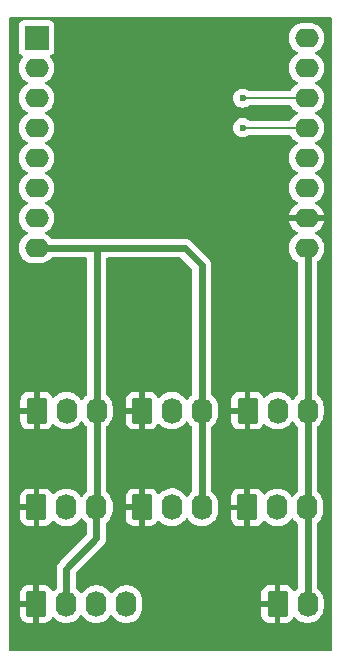
<source format=gbl>
G04 #@! TF.GenerationSoftware,KiCad,Pcbnew,8.0.4*
G04 #@! TF.CreationDate,2024-07-25T21:09:56+02:00*
G04 #@! TF.ProjectId,hmmctrl,686d6d63-7472-46c2-9e6b-696361645f70,rev?*
G04 #@! TF.SameCoordinates,Original*
G04 #@! TF.FileFunction,Copper,L2,Bot*
G04 #@! TF.FilePolarity,Positive*
%FSLAX46Y46*%
G04 Gerber Fmt 4.6, Leading zero omitted, Abs format (unit mm)*
G04 Created by KiCad (PCBNEW 8.0.4) date 2024-07-25 21:09:56*
%MOMM*%
%LPD*%
G01*
G04 APERTURE LIST*
G04 Aperture macros list*
%AMRoundRect*
0 Rectangle with rounded corners*
0 $1 Rounding radius*
0 $2 $3 $4 $5 $6 $7 $8 $9 X,Y pos of 4 corners*
0 Add a 4 corners polygon primitive as box body*
4,1,4,$2,$3,$4,$5,$6,$7,$8,$9,$2,$3,0*
0 Add four circle primitives for the rounded corners*
1,1,$1+$1,$2,$3*
1,1,$1+$1,$4,$5*
1,1,$1+$1,$6,$7*
1,1,$1+$1,$8,$9*
0 Add four rect primitives between the rounded corners*
20,1,$1+$1,$2,$3,$4,$5,0*
20,1,$1+$1,$4,$5,$6,$7,0*
20,1,$1+$1,$6,$7,$8,$9,0*
20,1,$1+$1,$8,$9,$2,$3,0*%
G04 Aperture macros list end*
G04 #@! TA.AperFunction,ComponentPad*
%ADD10RoundRect,0.250000X-0.620000X-0.845000X0.620000X-0.845000X0.620000X0.845000X-0.620000X0.845000X0*%
G04 #@! TD*
G04 #@! TA.AperFunction,ComponentPad*
%ADD11O,1.740000X2.190000*%
G04 #@! TD*
G04 #@! TA.AperFunction,ComponentPad*
%ADD12R,2.000000X2.000000*%
G04 #@! TD*
G04 #@! TA.AperFunction,ComponentPad*
%ADD13O,2.000000X1.600000*%
G04 #@! TD*
G04 #@! TA.AperFunction,ViaPad*
%ADD14C,0.600000*%
G04 #@! TD*
G04 #@! TA.AperFunction,Conductor*
%ADD15C,0.600000*%
G04 #@! TD*
G04 #@! TA.AperFunction,Conductor*
%ADD16C,0.200000*%
G04 #@! TD*
G04 APERTURE END LIST*
D10*
X90760000Y-69850000D03*
D11*
X93300000Y-69850000D03*
X95840000Y-69850000D03*
D10*
X99675000Y-78050000D03*
D11*
X102215000Y-78050000D03*
X104755000Y-78050000D03*
D10*
X90750000Y-78050000D03*
D11*
X93290000Y-78050000D03*
X95830000Y-78050000D03*
D10*
X90730000Y-86230000D03*
D11*
X93270000Y-86230000D03*
X95810000Y-86230000D03*
X98350000Y-86230000D03*
D10*
X108620000Y-69850000D03*
D11*
X111160000Y-69850000D03*
X113700000Y-69850000D03*
D10*
X99670000Y-69850000D03*
D11*
X102210000Y-69850000D03*
X104750000Y-69850000D03*
D10*
X111160000Y-86230000D03*
D11*
X113700000Y-86230000D03*
D10*
X108600000Y-78055000D03*
D11*
X111140000Y-78055000D03*
X113680000Y-78055000D03*
D12*
X90755000Y-38310000D03*
D13*
X90755000Y-40850000D03*
X90755000Y-43390000D03*
X90755000Y-45930000D03*
X90755000Y-48470000D03*
X90755000Y-51010000D03*
X90755000Y-53550000D03*
X90755000Y-56090000D03*
X113615000Y-56090000D03*
X113615000Y-53550000D03*
X113615000Y-51010000D03*
X113615000Y-48470000D03*
X113615000Y-45930000D03*
X113615000Y-43390000D03*
X113615000Y-40850000D03*
X113615000Y-38310000D03*
D14*
X108200000Y-43400000D03*
X108200000Y-45900000D03*
D15*
X113700000Y-86230000D02*
X113700000Y-56175000D01*
D16*
X113700000Y-56175000D02*
X113615000Y-56090000D01*
D15*
X95840000Y-69850000D02*
X95840000Y-78040000D01*
X95900000Y-56090000D02*
X103290000Y-56090000D01*
X95840000Y-69850000D02*
X95840000Y-56150000D01*
X104750000Y-57550000D02*
X104750000Y-69850000D01*
X95840000Y-56150000D02*
X95900000Y-56090000D01*
X103290000Y-56090000D02*
X104750000Y-57550000D01*
X95830000Y-80670000D02*
X93270000Y-83230000D01*
X104750000Y-69950000D02*
X104755000Y-69955000D01*
X95840000Y-78040000D02*
X95830000Y-78050000D01*
X90755000Y-56090000D02*
X95900000Y-56090000D01*
X95830000Y-78050000D02*
X95830000Y-80670000D01*
X104755000Y-69955000D02*
X104755000Y-78050000D01*
X93270000Y-83230000D02*
X93270000Y-86230000D01*
X104750000Y-69850000D02*
X104750000Y-69950000D01*
D16*
X113605000Y-43400000D02*
X113615000Y-43390000D01*
X108200000Y-43400000D02*
X113605000Y-43400000D01*
X113585000Y-45900000D02*
X113615000Y-45930000D01*
X102360000Y-77700000D02*
X102360000Y-77110000D01*
X108200000Y-45900000D02*
X113585000Y-45900000D01*
X102360000Y-77110000D02*
X102250000Y-77000000D01*
G04 #@! TA.AperFunction,Conductor*
G36*
X115692539Y-36519685D02*
G01*
X115738294Y-36572489D01*
X115749500Y-36624000D01*
X115749500Y-90075500D01*
X115729815Y-90142539D01*
X115677011Y-90188294D01*
X115625500Y-90199500D01*
X88574500Y-90199500D01*
X88507461Y-90179815D01*
X88461706Y-90127011D01*
X88450500Y-90075500D01*
X88450500Y-37262135D01*
X89254500Y-37262135D01*
X89254500Y-39357870D01*
X89254501Y-39357876D01*
X89260908Y-39417483D01*
X89311202Y-39552328D01*
X89311206Y-39552335D01*
X89397452Y-39667544D01*
X89397455Y-39667547D01*
X89512664Y-39753793D01*
X89512673Y-39753798D01*
X89549914Y-39767688D01*
X89605848Y-39809559D01*
X89630266Y-39875023D01*
X89615415Y-39943296D01*
X89594265Y-39971550D01*
X89563027Y-40002787D01*
X89442715Y-40168386D01*
X89349781Y-40350776D01*
X89286522Y-40545465D01*
X89254500Y-40747648D01*
X89254500Y-40952351D01*
X89286522Y-41154534D01*
X89349781Y-41349223D01*
X89442715Y-41531613D01*
X89563028Y-41697213D01*
X89707786Y-41841971D01*
X89862749Y-41954556D01*
X89873390Y-41962287D01*
X89964840Y-42008883D01*
X89966080Y-42009515D01*
X90016876Y-42057490D01*
X90033671Y-42125311D01*
X90011134Y-42191446D01*
X89966080Y-42230485D01*
X89873386Y-42277715D01*
X89707786Y-42398028D01*
X89563028Y-42542786D01*
X89442715Y-42708386D01*
X89349781Y-42890776D01*
X89286522Y-43085465D01*
X89254500Y-43287648D01*
X89254500Y-43492351D01*
X89286522Y-43694534D01*
X89349781Y-43889223D01*
X89442715Y-44071613D01*
X89563028Y-44237213D01*
X89707786Y-44381971D01*
X89862749Y-44494556D01*
X89873390Y-44502287D01*
X89964840Y-44548883D01*
X89966080Y-44549515D01*
X90016876Y-44597490D01*
X90033671Y-44665311D01*
X90011134Y-44731446D01*
X89966080Y-44770485D01*
X89873386Y-44817715D01*
X89707786Y-44938028D01*
X89563028Y-45082786D01*
X89442716Y-45248385D01*
X89442714Y-45248387D01*
X89442713Y-45248390D01*
X89426701Y-45279815D01*
X89349781Y-45430776D01*
X89286522Y-45625465D01*
X89254500Y-45827648D01*
X89254500Y-46032351D01*
X89286522Y-46234534D01*
X89349781Y-46429223D01*
X89442715Y-46611613D01*
X89563028Y-46777213D01*
X89707786Y-46921971D01*
X89862749Y-47034556D01*
X89873390Y-47042287D01*
X89964840Y-47088883D01*
X89966080Y-47089515D01*
X90016876Y-47137490D01*
X90033671Y-47205311D01*
X90011134Y-47271446D01*
X89966080Y-47310485D01*
X89873386Y-47357715D01*
X89707786Y-47478028D01*
X89563028Y-47622786D01*
X89442715Y-47788386D01*
X89349781Y-47970776D01*
X89286522Y-48165465D01*
X89254500Y-48367648D01*
X89254500Y-48572351D01*
X89286522Y-48774534D01*
X89349781Y-48969223D01*
X89442715Y-49151613D01*
X89563028Y-49317213D01*
X89707786Y-49461971D01*
X89862749Y-49574556D01*
X89873390Y-49582287D01*
X89964840Y-49628883D01*
X89966080Y-49629515D01*
X90016876Y-49677490D01*
X90033671Y-49745311D01*
X90011134Y-49811446D01*
X89966080Y-49850485D01*
X89873386Y-49897715D01*
X89707786Y-50018028D01*
X89563028Y-50162786D01*
X89442715Y-50328386D01*
X89349781Y-50510776D01*
X89286522Y-50705465D01*
X89254500Y-50907648D01*
X89254500Y-51112351D01*
X89286522Y-51314534D01*
X89349781Y-51509223D01*
X89442715Y-51691613D01*
X89563028Y-51857213D01*
X89707786Y-52001971D01*
X89862749Y-52114556D01*
X89873390Y-52122287D01*
X89964840Y-52168883D01*
X89966080Y-52169515D01*
X90016876Y-52217490D01*
X90033671Y-52285311D01*
X90011134Y-52351446D01*
X89966080Y-52390485D01*
X89873386Y-52437715D01*
X89707786Y-52558028D01*
X89563028Y-52702786D01*
X89442715Y-52868386D01*
X89349781Y-53050776D01*
X89286522Y-53245465D01*
X89254500Y-53447648D01*
X89254500Y-53652351D01*
X89286522Y-53854534D01*
X89349781Y-54049223D01*
X89442715Y-54231613D01*
X89563028Y-54397213D01*
X89707786Y-54541971D01*
X89862749Y-54654556D01*
X89873390Y-54662287D01*
X89964840Y-54708883D01*
X89966080Y-54709515D01*
X90016876Y-54757490D01*
X90033671Y-54825311D01*
X90011134Y-54891446D01*
X89966080Y-54930485D01*
X89873386Y-54977715D01*
X89707786Y-55098028D01*
X89563028Y-55242786D01*
X89442715Y-55408386D01*
X89349781Y-55590776D01*
X89286522Y-55785465D01*
X89254500Y-55987648D01*
X89254500Y-56192351D01*
X89286522Y-56394534D01*
X89349781Y-56589223D01*
X89442715Y-56771613D01*
X89563028Y-56937213D01*
X89707786Y-57081971D01*
X89862749Y-57194556D01*
X89873390Y-57202287D01*
X89971793Y-57252426D01*
X90055776Y-57295218D01*
X90055778Y-57295218D01*
X90055781Y-57295220D01*
X90121305Y-57316510D01*
X90250465Y-57358477D01*
X90351557Y-57374488D01*
X90452648Y-57390500D01*
X90452649Y-57390500D01*
X91057351Y-57390500D01*
X91057352Y-57390500D01*
X91259534Y-57358477D01*
X91454219Y-57295220D01*
X91636610Y-57202287D01*
X91729590Y-57134732D01*
X91802213Y-57081971D01*
X91802215Y-57081968D01*
X91802219Y-57081966D01*
X91946966Y-56937219D01*
X91946972Y-56937210D01*
X91949748Y-56933962D01*
X92008258Y-56895773D01*
X92044033Y-56890500D01*
X94915500Y-56890500D01*
X94982539Y-56910185D01*
X95028294Y-56962989D01*
X95039500Y-57014500D01*
X95039500Y-68449384D01*
X95019815Y-68516423D01*
X94988387Y-68549701D01*
X94947179Y-68579640D01*
X94794643Y-68732176D01*
X94794643Y-68732177D01*
X94794641Y-68732179D01*
X94777706Y-68755488D01*
X94670318Y-68903294D01*
X94614988Y-68945959D01*
X94545374Y-68951938D01*
X94483579Y-68919332D01*
X94469682Y-68903294D01*
X94432639Y-68852309D01*
X94345359Y-68732179D01*
X94192821Y-68579641D01*
X94018299Y-68452843D01*
X93826089Y-68354908D01*
X93620926Y-68288246D01*
X93620924Y-68288245D01*
X93620922Y-68288245D01*
X93407866Y-68254500D01*
X93407861Y-68254500D01*
X93192139Y-68254500D01*
X93192134Y-68254500D01*
X92979077Y-68288245D01*
X92773908Y-68354909D01*
X92581700Y-68452843D01*
X92407180Y-68579640D01*
X92264816Y-68722004D01*
X92203493Y-68755488D01*
X92133801Y-68750504D01*
X92077868Y-68708632D01*
X92064748Y-68686716D01*
X92064356Y-68685876D01*
X91972315Y-68536654D01*
X91848345Y-68412684D01*
X91699124Y-68320643D01*
X91699119Y-68320641D01*
X91532697Y-68265494D01*
X91532690Y-68265493D01*
X91429986Y-68255000D01*
X91010000Y-68255000D01*
X91010000Y-69307290D01*
X90989661Y-69295548D01*
X90838333Y-69255000D01*
X90681667Y-69255000D01*
X90530339Y-69295548D01*
X90510000Y-69307290D01*
X90510000Y-68255000D01*
X90090028Y-68255000D01*
X90090012Y-68255001D01*
X89987302Y-68265494D01*
X89820880Y-68320641D01*
X89820875Y-68320643D01*
X89671654Y-68412684D01*
X89547684Y-68536654D01*
X89455643Y-68685875D01*
X89455641Y-68685880D01*
X89400494Y-68852302D01*
X89400493Y-68852309D01*
X89390000Y-68955013D01*
X89390000Y-69600000D01*
X90217291Y-69600000D01*
X90205548Y-69620339D01*
X90165000Y-69771667D01*
X90165000Y-69928333D01*
X90205548Y-70079661D01*
X90217291Y-70100000D01*
X89390001Y-70100000D01*
X89390001Y-70744986D01*
X89400494Y-70847697D01*
X89455641Y-71014119D01*
X89455643Y-71014124D01*
X89547684Y-71163345D01*
X89671654Y-71287315D01*
X89820875Y-71379356D01*
X89820880Y-71379358D01*
X89987302Y-71434505D01*
X89987309Y-71434506D01*
X90090019Y-71444999D01*
X90509999Y-71444999D01*
X90510000Y-71444998D01*
X90510000Y-70392709D01*
X90530339Y-70404452D01*
X90681667Y-70445000D01*
X90838333Y-70445000D01*
X90989661Y-70404452D01*
X91010000Y-70392709D01*
X91010000Y-71444999D01*
X91429972Y-71444999D01*
X91429986Y-71444998D01*
X91532697Y-71434505D01*
X91699119Y-71379358D01*
X91699124Y-71379356D01*
X91848345Y-71287315D01*
X91972315Y-71163345D01*
X92064354Y-71014127D01*
X92064745Y-71013289D01*
X92065167Y-71012809D01*
X92068149Y-71007975D01*
X92068974Y-71008484D01*
X92110910Y-70960843D01*
X92178100Y-70941681D01*
X92244984Y-70961887D01*
X92264816Y-70977996D01*
X92407179Y-71120359D01*
X92581701Y-71247157D01*
X92773911Y-71345092D01*
X92979074Y-71411754D01*
X93058973Y-71424408D01*
X93192134Y-71445500D01*
X93192139Y-71445500D01*
X93407866Y-71445500D01*
X93526230Y-71426752D01*
X93620926Y-71411754D01*
X93826089Y-71345092D01*
X94018299Y-71247157D01*
X94192821Y-71120359D01*
X94345359Y-70967821D01*
X94469682Y-70796704D01*
X94525012Y-70754040D01*
X94594626Y-70748061D01*
X94656420Y-70780667D01*
X94670315Y-70796702D01*
X94794641Y-70967821D01*
X94947179Y-71120359D01*
X94988385Y-71150297D01*
X95031051Y-71205624D01*
X95039500Y-71250614D01*
X95039500Y-76642119D01*
X95019815Y-76709158D01*
X94988386Y-76742437D01*
X94937177Y-76779642D01*
X94784643Y-76932176D01*
X94784643Y-76932177D01*
X94784641Y-76932179D01*
X94707729Y-77038038D01*
X94660318Y-77103294D01*
X94604988Y-77145959D01*
X94535374Y-77151938D01*
X94473579Y-77119332D01*
X94459682Y-77103294D01*
X94437435Y-77072674D01*
X94335359Y-76932179D01*
X94182821Y-76779641D01*
X94008299Y-76652843D01*
X93816089Y-76554908D01*
X93610926Y-76488246D01*
X93610924Y-76488245D01*
X93610922Y-76488245D01*
X93397866Y-76454500D01*
X93397861Y-76454500D01*
X93182139Y-76454500D01*
X93182134Y-76454500D01*
X92969077Y-76488245D01*
X92763908Y-76554909D01*
X92571700Y-76652843D01*
X92397180Y-76779640D01*
X92254816Y-76922004D01*
X92193493Y-76955488D01*
X92123801Y-76950504D01*
X92067868Y-76908632D01*
X92054748Y-76886716D01*
X92054356Y-76885876D01*
X91962315Y-76736654D01*
X91838345Y-76612684D01*
X91689124Y-76520643D01*
X91689119Y-76520641D01*
X91522697Y-76465494D01*
X91522690Y-76465493D01*
X91419986Y-76455000D01*
X91000000Y-76455000D01*
X91000000Y-77507290D01*
X90979661Y-77495548D01*
X90828333Y-77455000D01*
X90671667Y-77455000D01*
X90520339Y-77495548D01*
X90500000Y-77507290D01*
X90500000Y-76455000D01*
X90080028Y-76455000D01*
X90080012Y-76455001D01*
X89977302Y-76465494D01*
X89810880Y-76520641D01*
X89810875Y-76520643D01*
X89661654Y-76612684D01*
X89537684Y-76736654D01*
X89445643Y-76885875D01*
X89445641Y-76885880D01*
X89390494Y-77052302D01*
X89390493Y-77052309D01*
X89380000Y-77155013D01*
X89380000Y-77800000D01*
X90207291Y-77800000D01*
X90195548Y-77820339D01*
X90155000Y-77971667D01*
X90155000Y-78128333D01*
X90195548Y-78279661D01*
X90207291Y-78300000D01*
X89380001Y-78300000D01*
X89380001Y-78944986D01*
X89390494Y-79047697D01*
X89445641Y-79214119D01*
X89445643Y-79214124D01*
X89537684Y-79363345D01*
X89661654Y-79487315D01*
X89810875Y-79579356D01*
X89810880Y-79579358D01*
X89977302Y-79634505D01*
X89977309Y-79634506D01*
X90080019Y-79644999D01*
X90499999Y-79644999D01*
X90500000Y-79644998D01*
X90500000Y-78592709D01*
X90520339Y-78604452D01*
X90671667Y-78645000D01*
X90828333Y-78645000D01*
X90979661Y-78604452D01*
X91000000Y-78592709D01*
X91000000Y-79644999D01*
X91419972Y-79644999D01*
X91419986Y-79644998D01*
X91522697Y-79634505D01*
X91689119Y-79579358D01*
X91689124Y-79579356D01*
X91838345Y-79487315D01*
X91962315Y-79363345D01*
X92054354Y-79214127D01*
X92054745Y-79213289D01*
X92055167Y-79212809D01*
X92058149Y-79207975D01*
X92058974Y-79208484D01*
X92100910Y-79160843D01*
X92168100Y-79141681D01*
X92234984Y-79161887D01*
X92254816Y-79177996D01*
X92397179Y-79320359D01*
X92571701Y-79447157D01*
X92763911Y-79545092D01*
X92969074Y-79611754D01*
X93048973Y-79624408D01*
X93182134Y-79645500D01*
X93182139Y-79645500D01*
X93397866Y-79645500D01*
X93516230Y-79626752D01*
X93610926Y-79611754D01*
X93816089Y-79545092D01*
X94008299Y-79447157D01*
X94182821Y-79320359D01*
X94335359Y-79167821D01*
X94459682Y-78996704D01*
X94515012Y-78954040D01*
X94584626Y-78948061D01*
X94646420Y-78980667D01*
X94660315Y-78996702D01*
X94784641Y-79167821D01*
X94937179Y-79320359D01*
X94978385Y-79350297D01*
X95021051Y-79405624D01*
X95029500Y-79450614D01*
X95029500Y-80287060D01*
X95009815Y-80354099D01*
X94993181Y-80374741D01*
X92759711Y-82608211D01*
X92703960Y-82663962D01*
X92648209Y-82719712D01*
X92560609Y-82850814D01*
X92560602Y-82850827D01*
X92500264Y-82996498D01*
X92500261Y-82996510D01*
X92469500Y-83151153D01*
X92469500Y-84829384D01*
X92449815Y-84896423D01*
X92418387Y-84929701D01*
X92377181Y-84959639D01*
X92234816Y-85102004D01*
X92173493Y-85135488D01*
X92103801Y-85130504D01*
X92047868Y-85088632D01*
X92034748Y-85066716D01*
X92034356Y-85065876D01*
X91942315Y-84916654D01*
X91818345Y-84792684D01*
X91669124Y-84700643D01*
X91669119Y-84700641D01*
X91502697Y-84645494D01*
X91502690Y-84645493D01*
X91399986Y-84635000D01*
X90980000Y-84635000D01*
X90980000Y-85687290D01*
X90959661Y-85675548D01*
X90808333Y-85635000D01*
X90651667Y-85635000D01*
X90500339Y-85675548D01*
X90480000Y-85687290D01*
X90480000Y-84635000D01*
X90060028Y-84635000D01*
X90060012Y-84635001D01*
X89957302Y-84645494D01*
X89790880Y-84700641D01*
X89790875Y-84700643D01*
X89641654Y-84792684D01*
X89517684Y-84916654D01*
X89425643Y-85065875D01*
X89425641Y-85065880D01*
X89370494Y-85232302D01*
X89370493Y-85232309D01*
X89360000Y-85335013D01*
X89360000Y-85980000D01*
X90187291Y-85980000D01*
X90175548Y-86000339D01*
X90135000Y-86151667D01*
X90135000Y-86308333D01*
X90175548Y-86459661D01*
X90187291Y-86480000D01*
X89360001Y-86480000D01*
X89360001Y-87124986D01*
X89370494Y-87227697D01*
X89425641Y-87394119D01*
X89425643Y-87394124D01*
X89517684Y-87543345D01*
X89641654Y-87667315D01*
X89790875Y-87759356D01*
X89790880Y-87759358D01*
X89957302Y-87814505D01*
X89957309Y-87814506D01*
X90060019Y-87824999D01*
X90479999Y-87824999D01*
X90480000Y-87824998D01*
X90480000Y-86772709D01*
X90500339Y-86784452D01*
X90651667Y-86825000D01*
X90808333Y-86825000D01*
X90959661Y-86784452D01*
X90980000Y-86772709D01*
X90980000Y-87824999D01*
X91399972Y-87824999D01*
X91399986Y-87824998D01*
X91502697Y-87814505D01*
X91669119Y-87759358D01*
X91669124Y-87759356D01*
X91818345Y-87667315D01*
X91942315Y-87543345D01*
X92034354Y-87394127D01*
X92034745Y-87393289D01*
X92035167Y-87392809D01*
X92038149Y-87387975D01*
X92038974Y-87388484D01*
X92080910Y-87340843D01*
X92148100Y-87321681D01*
X92214984Y-87341887D01*
X92234816Y-87357996D01*
X92377179Y-87500359D01*
X92551701Y-87627157D01*
X92743911Y-87725092D01*
X92949074Y-87791754D01*
X93028973Y-87804408D01*
X93162134Y-87825500D01*
X93162139Y-87825500D01*
X93377866Y-87825500D01*
X93496230Y-87806752D01*
X93590926Y-87791754D01*
X93796089Y-87725092D01*
X93988299Y-87627157D01*
X94162821Y-87500359D01*
X94315359Y-87347821D01*
X94439682Y-87176704D01*
X94495012Y-87134040D01*
X94564626Y-87128061D01*
X94626420Y-87160667D01*
X94640315Y-87176702D01*
X94764641Y-87347821D01*
X94917179Y-87500359D01*
X95091701Y-87627157D01*
X95283911Y-87725092D01*
X95489074Y-87791754D01*
X95568973Y-87804408D01*
X95702134Y-87825500D01*
X95702139Y-87825500D01*
X95917866Y-87825500D01*
X96036230Y-87806752D01*
X96130926Y-87791754D01*
X96336089Y-87725092D01*
X96528299Y-87627157D01*
X96702821Y-87500359D01*
X96855359Y-87347821D01*
X96979682Y-87176704D01*
X97035012Y-87134040D01*
X97104626Y-87128061D01*
X97166420Y-87160667D01*
X97180315Y-87176702D01*
X97304641Y-87347821D01*
X97457179Y-87500359D01*
X97631701Y-87627157D01*
X97823911Y-87725092D01*
X98029074Y-87791754D01*
X98108973Y-87804408D01*
X98242134Y-87825500D01*
X98242139Y-87825500D01*
X98457866Y-87825500D01*
X98576230Y-87806752D01*
X98670926Y-87791754D01*
X98876089Y-87725092D01*
X99068299Y-87627157D01*
X99242821Y-87500359D01*
X99395359Y-87347821D01*
X99522157Y-87173299D01*
X99620092Y-86981089D01*
X99686754Y-86775926D01*
X99701752Y-86681230D01*
X99720500Y-86562866D01*
X99720500Y-85897133D01*
X99686754Y-85684077D01*
X99686754Y-85684074D01*
X99620092Y-85478911D01*
X99522157Y-85286701D01*
X99395359Y-85112179D01*
X99242821Y-84959641D01*
X99068299Y-84832843D01*
X98876089Y-84734908D01*
X98670926Y-84668246D01*
X98670924Y-84668245D01*
X98670922Y-84668245D01*
X98457866Y-84634500D01*
X98457861Y-84634500D01*
X98242139Y-84634500D01*
X98242134Y-84634500D01*
X98029077Y-84668245D01*
X97823908Y-84734909D01*
X97631700Y-84832843D01*
X97574544Y-84874370D01*
X97457179Y-84959641D01*
X97457177Y-84959643D01*
X97457176Y-84959643D01*
X97304643Y-85112176D01*
X97304643Y-85112177D01*
X97304641Y-85112179D01*
X97287706Y-85135488D01*
X97180318Y-85283294D01*
X97124988Y-85325959D01*
X97055374Y-85331938D01*
X96993579Y-85299332D01*
X96979682Y-85283294D01*
X96942639Y-85232309D01*
X96855359Y-85112179D01*
X96702821Y-84959641D01*
X96528299Y-84832843D01*
X96336089Y-84734908D01*
X96130926Y-84668246D01*
X96130924Y-84668245D01*
X96130922Y-84668245D01*
X95917866Y-84634500D01*
X95917861Y-84634500D01*
X95702139Y-84634500D01*
X95702134Y-84634500D01*
X95489077Y-84668245D01*
X95283908Y-84734909D01*
X95091700Y-84832843D01*
X95034544Y-84874370D01*
X94917179Y-84959641D01*
X94917177Y-84959643D01*
X94917176Y-84959643D01*
X94764643Y-85112176D01*
X94764643Y-85112177D01*
X94764641Y-85112179D01*
X94747706Y-85135488D01*
X94640318Y-85283294D01*
X94584988Y-85325959D01*
X94515374Y-85331938D01*
X94453579Y-85299332D01*
X94439682Y-85283294D01*
X94402639Y-85232309D01*
X94315359Y-85112179D01*
X94162821Y-84959641D01*
X94162818Y-84959639D01*
X94121613Y-84929701D01*
X94078948Y-84874370D01*
X94070500Y-84829384D01*
X94070500Y-83612940D01*
X94090185Y-83545901D01*
X94106819Y-83525259D01*
X96451786Y-81180292D01*
X96451789Y-81180289D01*
X96539394Y-81049179D01*
X96599738Y-80903497D01*
X96630500Y-80748842D01*
X96630500Y-80591157D01*
X96630500Y-79450614D01*
X96650185Y-79383575D01*
X96681612Y-79350298D01*
X96722821Y-79320359D01*
X96875359Y-79167821D01*
X97002157Y-78993299D01*
X97100092Y-78801089D01*
X97166754Y-78595926D01*
X97181752Y-78501230D01*
X97200500Y-78382866D01*
X97200500Y-77717133D01*
X97167546Y-77509077D01*
X97166754Y-77504074D01*
X97100092Y-77298911D01*
X97002157Y-77106701D01*
X96875359Y-76932179D01*
X96722821Y-76779641D01*
X96708493Y-76769231D01*
X96691614Y-76756967D01*
X96648948Y-76701637D01*
X96640500Y-76656650D01*
X96640500Y-71250614D01*
X96660185Y-71183575D01*
X96691612Y-71150298D01*
X96732821Y-71120359D01*
X96885359Y-70967821D01*
X97012157Y-70793299D01*
X97110092Y-70601089D01*
X97176754Y-70395926D01*
X97191752Y-70301230D01*
X97210500Y-70182866D01*
X97210500Y-69517133D01*
X97176754Y-69304077D01*
X97176754Y-69304074D01*
X97110092Y-69098911D01*
X97012157Y-68906701D01*
X96885359Y-68732179D01*
X96732821Y-68579641D01*
X96691613Y-68549701D01*
X96648948Y-68494370D01*
X96640500Y-68449384D01*
X96640500Y-57014500D01*
X96660185Y-56947461D01*
X96712989Y-56901706D01*
X96764500Y-56890500D01*
X102907060Y-56890500D01*
X102974099Y-56910185D01*
X102994741Y-56926819D01*
X103913181Y-57845259D01*
X103946666Y-57906582D01*
X103949500Y-57932940D01*
X103949500Y-68449384D01*
X103929815Y-68516423D01*
X103898387Y-68549701D01*
X103857179Y-68579640D01*
X103704643Y-68732176D01*
X103704643Y-68732177D01*
X103704641Y-68732179D01*
X103687706Y-68755488D01*
X103580318Y-68903294D01*
X103524988Y-68945959D01*
X103455374Y-68951938D01*
X103393579Y-68919332D01*
X103379682Y-68903294D01*
X103342639Y-68852309D01*
X103255359Y-68732179D01*
X103102821Y-68579641D01*
X102928299Y-68452843D01*
X102736089Y-68354908D01*
X102530926Y-68288246D01*
X102530924Y-68288245D01*
X102530922Y-68288245D01*
X102317866Y-68254500D01*
X102317861Y-68254500D01*
X102102139Y-68254500D01*
X102102134Y-68254500D01*
X101889077Y-68288245D01*
X101683908Y-68354909D01*
X101491700Y-68452843D01*
X101317180Y-68579640D01*
X101174816Y-68722004D01*
X101113493Y-68755488D01*
X101043801Y-68750504D01*
X100987868Y-68708632D01*
X100974748Y-68686716D01*
X100974356Y-68685876D01*
X100882315Y-68536654D01*
X100758345Y-68412684D01*
X100609124Y-68320643D01*
X100609119Y-68320641D01*
X100442697Y-68265494D01*
X100442690Y-68265493D01*
X100339986Y-68255000D01*
X99920000Y-68255000D01*
X99920000Y-69307290D01*
X99899661Y-69295548D01*
X99748333Y-69255000D01*
X99591667Y-69255000D01*
X99440339Y-69295548D01*
X99420000Y-69307290D01*
X99420000Y-68255000D01*
X99000028Y-68255000D01*
X99000012Y-68255001D01*
X98897302Y-68265494D01*
X98730880Y-68320641D01*
X98730875Y-68320643D01*
X98581654Y-68412684D01*
X98457684Y-68536654D01*
X98365643Y-68685875D01*
X98365641Y-68685880D01*
X98310494Y-68852302D01*
X98310493Y-68852309D01*
X98300000Y-68955013D01*
X98300000Y-69600000D01*
X99127291Y-69600000D01*
X99115548Y-69620339D01*
X99075000Y-69771667D01*
X99075000Y-69928333D01*
X99115548Y-70079661D01*
X99127291Y-70100000D01*
X98300001Y-70100000D01*
X98300001Y-70744986D01*
X98310494Y-70847697D01*
X98365641Y-71014119D01*
X98365643Y-71014124D01*
X98457684Y-71163345D01*
X98581654Y-71287315D01*
X98730875Y-71379356D01*
X98730880Y-71379358D01*
X98897302Y-71434505D01*
X98897309Y-71434506D01*
X99000019Y-71444999D01*
X99419999Y-71444999D01*
X99420000Y-71444998D01*
X99420000Y-70392709D01*
X99440339Y-70404452D01*
X99591667Y-70445000D01*
X99748333Y-70445000D01*
X99899661Y-70404452D01*
X99920000Y-70392709D01*
X99920000Y-71444999D01*
X100339972Y-71444999D01*
X100339986Y-71444998D01*
X100442697Y-71434505D01*
X100609119Y-71379358D01*
X100609124Y-71379356D01*
X100758345Y-71287315D01*
X100882315Y-71163345D01*
X100974354Y-71014127D01*
X100974745Y-71013289D01*
X100975167Y-71012809D01*
X100978149Y-71007975D01*
X100978974Y-71008484D01*
X101020910Y-70960843D01*
X101088100Y-70941681D01*
X101154984Y-70961887D01*
X101174816Y-70977996D01*
X101317179Y-71120359D01*
X101491701Y-71247157D01*
X101683911Y-71345092D01*
X101889074Y-71411754D01*
X101968973Y-71424408D01*
X102102134Y-71445500D01*
X102102139Y-71445500D01*
X102317866Y-71445500D01*
X102436230Y-71426752D01*
X102530926Y-71411754D01*
X102736089Y-71345092D01*
X102928299Y-71247157D01*
X103102821Y-71120359D01*
X103255359Y-70967821D01*
X103379682Y-70796704D01*
X103435012Y-70754040D01*
X103504626Y-70748061D01*
X103566420Y-70780667D01*
X103580315Y-70796702D01*
X103704641Y-70967821D01*
X103857179Y-71120359D01*
X103903387Y-71153931D01*
X103946051Y-71209258D01*
X103954500Y-71254247D01*
X103954500Y-76649384D01*
X103934815Y-76716423D01*
X103903387Y-76749701D01*
X103862179Y-76779640D01*
X103709643Y-76932176D01*
X103709643Y-76932177D01*
X103709641Y-76932179D01*
X103632729Y-77038038D01*
X103585318Y-77103294D01*
X103529988Y-77145959D01*
X103460374Y-77151938D01*
X103398579Y-77119332D01*
X103384682Y-77103294D01*
X103362435Y-77072674D01*
X103260359Y-76932179D01*
X103107821Y-76779641D01*
X102933299Y-76652843D01*
X102912252Y-76642119D01*
X102741089Y-76554907D01*
X102613936Y-76513591D01*
X102590256Y-76503048D01*
X102481788Y-76440424D01*
X102481789Y-76440424D01*
X102469263Y-76437067D01*
X102329057Y-76399499D01*
X102170943Y-76399499D01*
X102079306Y-76424053D01*
X102018213Y-76440423D01*
X102018210Y-76440425D01*
X101970900Y-76467739D01*
X101928302Y-76482824D01*
X101894076Y-76488245D01*
X101688908Y-76554909D01*
X101496700Y-76652843D01*
X101322180Y-76779640D01*
X101179816Y-76922004D01*
X101118493Y-76955488D01*
X101048801Y-76950504D01*
X100992868Y-76908632D01*
X100979748Y-76886716D01*
X100979356Y-76885876D01*
X100887315Y-76736654D01*
X100763345Y-76612684D01*
X100614124Y-76520643D01*
X100614119Y-76520641D01*
X100447697Y-76465494D01*
X100447690Y-76465493D01*
X100344986Y-76455000D01*
X99925000Y-76455000D01*
X99925000Y-77507290D01*
X99904661Y-77495548D01*
X99753333Y-77455000D01*
X99596667Y-77455000D01*
X99445339Y-77495548D01*
X99425000Y-77507290D01*
X99425000Y-76455000D01*
X99005028Y-76455000D01*
X99005012Y-76455001D01*
X98902302Y-76465494D01*
X98735880Y-76520641D01*
X98735875Y-76520643D01*
X98586654Y-76612684D01*
X98462684Y-76736654D01*
X98370643Y-76885875D01*
X98370641Y-76885880D01*
X98315494Y-77052302D01*
X98315493Y-77052309D01*
X98305000Y-77155013D01*
X98305000Y-77800000D01*
X99132291Y-77800000D01*
X99120548Y-77820339D01*
X99080000Y-77971667D01*
X99080000Y-78128333D01*
X99120548Y-78279661D01*
X99132291Y-78300000D01*
X98305001Y-78300000D01*
X98305001Y-78944986D01*
X98315494Y-79047697D01*
X98370641Y-79214119D01*
X98370643Y-79214124D01*
X98462684Y-79363345D01*
X98586654Y-79487315D01*
X98735875Y-79579356D01*
X98735880Y-79579358D01*
X98902302Y-79634505D01*
X98902309Y-79634506D01*
X99005019Y-79644999D01*
X99424999Y-79644999D01*
X99425000Y-79644998D01*
X99425000Y-78592709D01*
X99445339Y-78604452D01*
X99596667Y-78645000D01*
X99753333Y-78645000D01*
X99904661Y-78604452D01*
X99925000Y-78592709D01*
X99925000Y-79644999D01*
X100344972Y-79644999D01*
X100344986Y-79644998D01*
X100447697Y-79634505D01*
X100614119Y-79579358D01*
X100614124Y-79579356D01*
X100763345Y-79487315D01*
X100887315Y-79363345D01*
X100979354Y-79214127D01*
X100979745Y-79213289D01*
X100980167Y-79212809D01*
X100983149Y-79207975D01*
X100983974Y-79208484D01*
X101025910Y-79160843D01*
X101093100Y-79141681D01*
X101159984Y-79161887D01*
X101179816Y-79177996D01*
X101322179Y-79320359D01*
X101496701Y-79447157D01*
X101688911Y-79545092D01*
X101894074Y-79611754D01*
X101973973Y-79624408D01*
X102107134Y-79645500D01*
X102107139Y-79645500D01*
X102322866Y-79645500D01*
X102441230Y-79626752D01*
X102535926Y-79611754D01*
X102741089Y-79545092D01*
X102933299Y-79447157D01*
X103107821Y-79320359D01*
X103260359Y-79167821D01*
X103384682Y-78996704D01*
X103440012Y-78954040D01*
X103509626Y-78948061D01*
X103571420Y-78980667D01*
X103585315Y-78996702D01*
X103709641Y-79167821D01*
X103862179Y-79320359D01*
X104036701Y-79447157D01*
X104228911Y-79545092D01*
X104434074Y-79611754D01*
X104513973Y-79624408D01*
X104647134Y-79645500D01*
X104647139Y-79645500D01*
X104862866Y-79645500D01*
X104981230Y-79626752D01*
X105075926Y-79611754D01*
X105281089Y-79545092D01*
X105473299Y-79447157D01*
X105647821Y-79320359D01*
X105800359Y-79167821D01*
X105927157Y-78993299D01*
X106025092Y-78801089D01*
X106091754Y-78595926D01*
X106106752Y-78501230D01*
X106125500Y-78382866D01*
X106125500Y-77717133D01*
X106092546Y-77509077D01*
X106091754Y-77504074D01*
X106025092Y-77298911D01*
X105954321Y-77160013D01*
X107230000Y-77160013D01*
X107230000Y-77805000D01*
X108057291Y-77805000D01*
X108045548Y-77825339D01*
X108005000Y-77976667D01*
X108005000Y-78133333D01*
X108045548Y-78284661D01*
X108057291Y-78305000D01*
X107230001Y-78305000D01*
X107230001Y-78949986D01*
X107240494Y-79052697D01*
X107295641Y-79219119D01*
X107295643Y-79219124D01*
X107387684Y-79368345D01*
X107511654Y-79492315D01*
X107660875Y-79584356D01*
X107660880Y-79584358D01*
X107827302Y-79639505D01*
X107827309Y-79639506D01*
X107930019Y-79649999D01*
X108349999Y-79649999D01*
X108350000Y-79649998D01*
X108350000Y-78597709D01*
X108370339Y-78609452D01*
X108521667Y-78650000D01*
X108678333Y-78650000D01*
X108829661Y-78609452D01*
X108850000Y-78597709D01*
X108850000Y-79649999D01*
X109269972Y-79649999D01*
X109269986Y-79649998D01*
X109372697Y-79639505D01*
X109539119Y-79584358D01*
X109539124Y-79584356D01*
X109688345Y-79492315D01*
X109812315Y-79368345D01*
X109904354Y-79219127D01*
X109904745Y-79218289D01*
X109905167Y-79217809D01*
X109908149Y-79212975D01*
X109908974Y-79213484D01*
X109950910Y-79165843D01*
X110018100Y-79146681D01*
X110084984Y-79166887D01*
X110104816Y-79182996D01*
X110247179Y-79325359D01*
X110421701Y-79452157D01*
X110613911Y-79550092D01*
X110819074Y-79616754D01*
X110898973Y-79629408D01*
X111032134Y-79650500D01*
X111032139Y-79650500D01*
X111247866Y-79650500D01*
X111366230Y-79631752D01*
X111460926Y-79616754D01*
X111666089Y-79550092D01*
X111858299Y-79452157D01*
X112032821Y-79325359D01*
X112185359Y-79172821D01*
X112309682Y-79001704D01*
X112365012Y-78959040D01*
X112434626Y-78953061D01*
X112496420Y-78985667D01*
X112510315Y-79001702D01*
X112634641Y-79172821D01*
X112787179Y-79325359D01*
X112848388Y-79369830D01*
X112891051Y-79425156D01*
X112899500Y-79470145D01*
X112899500Y-84829384D01*
X112879815Y-84896423D01*
X112848387Y-84929701D01*
X112807181Y-84959639D01*
X112664816Y-85102004D01*
X112603493Y-85135488D01*
X112533801Y-85130504D01*
X112477868Y-85088632D01*
X112464748Y-85066716D01*
X112464356Y-85065876D01*
X112372315Y-84916654D01*
X112248345Y-84792684D01*
X112099124Y-84700643D01*
X112099119Y-84700641D01*
X111932697Y-84645494D01*
X111932690Y-84645493D01*
X111829986Y-84635000D01*
X111410000Y-84635000D01*
X111410000Y-85687290D01*
X111389661Y-85675548D01*
X111238333Y-85635000D01*
X111081667Y-85635000D01*
X110930339Y-85675548D01*
X110910000Y-85687290D01*
X110910000Y-84635000D01*
X110490028Y-84635000D01*
X110490012Y-84635001D01*
X110387302Y-84645494D01*
X110220880Y-84700641D01*
X110220875Y-84700643D01*
X110071654Y-84792684D01*
X109947684Y-84916654D01*
X109855643Y-85065875D01*
X109855641Y-85065880D01*
X109800494Y-85232302D01*
X109800493Y-85232309D01*
X109790000Y-85335013D01*
X109790000Y-85980000D01*
X110617291Y-85980000D01*
X110605548Y-86000339D01*
X110565000Y-86151667D01*
X110565000Y-86308333D01*
X110605548Y-86459661D01*
X110617291Y-86480000D01*
X109790001Y-86480000D01*
X109790001Y-87124986D01*
X109800494Y-87227697D01*
X109855641Y-87394119D01*
X109855643Y-87394124D01*
X109947684Y-87543345D01*
X110071654Y-87667315D01*
X110220875Y-87759356D01*
X110220880Y-87759358D01*
X110387302Y-87814505D01*
X110387309Y-87814506D01*
X110490019Y-87824999D01*
X110909999Y-87824999D01*
X110910000Y-87824998D01*
X110910000Y-86772709D01*
X110930339Y-86784452D01*
X111081667Y-86825000D01*
X111238333Y-86825000D01*
X111389661Y-86784452D01*
X111410000Y-86772709D01*
X111410000Y-87824999D01*
X111829972Y-87824999D01*
X111829986Y-87824998D01*
X111932697Y-87814505D01*
X112099119Y-87759358D01*
X112099124Y-87759356D01*
X112248345Y-87667315D01*
X112372315Y-87543345D01*
X112464354Y-87394127D01*
X112464745Y-87393289D01*
X112465167Y-87392809D01*
X112468149Y-87387975D01*
X112468974Y-87388484D01*
X112510910Y-87340843D01*
X112578100Y-87321681D01*
X112644984Y-87341887D01*
X112664816Y-87357996D01*
X112807179Y-87500359D01*
X112981701Y-87627157D01*
X113173911Y-87725092D01*
X113379074Y-87791754D01*
X113458973Y-87804408D01*
X113592134Y-87825500D01*
X113592139Y-87825500D01*
X113807866Y-87825500D01*
X113926230Y-87806752D01*
X114020926Y-87791754D01*
X114226089Y-87725092D01*
X114418299Y-87627157D01*
X114592821Y-87500359D01*
X114745359Y-87347821D01*
X114872157Y-87173299D01*
X114970092Y-86981089D01*
X115036754Y-86775926D01*
X115051752Y-86681230D01*
X115070500Y-86562866D01*
X115070500Y-85897133D01*
X115036754Y-85684077D01*
X115036754Y-85684074D01*
X114970092Y-85478911D01*
X114872157Y-85286701D01*
X114745359Y-85112179D01*
X114592821Y-84959641D01*
X114592818Y-84959639D01*
X114551613Y-84929701D01*
X114508948Y-84874370D01*
X114500500Y-84829384D01*
X114500500Y-79441084D01*
X114520185Y-79374045D01*
X114551615Y-79340765D01*
X114572821Y-79325359D01*
X114725359Y-79172821D01*
X114852157Y-78998299D01*
X114950092Y-78806089D01*
X115016754Y-78600926D01*
X115031752Y-78506230D01*
X115050500Y-78387866D01*
X115050500Y-77722133D01*
X115027810Y-77578882D01*
X115016754Y-77509074D01*
X114950092Y-77303911D01*
X114852157Y-77111701D01*
X114725359Y-76937179D01*
X114572821Y-76784641D01*
X114565941Y-76779642D01*
X114551612Y-76769231D01*
X114508948Y-76713900D01*
X114500500Y-76668915D01*
X114500500Y-71250614D01*
X114520185Y-71183575D01*
X114551612Y-71150298D01*
X114592821Y-71120359D01*
X114745359Y-70967821D01*
X114872157Y-70793299D01*
X114970092Y-70601089D01*
X115036754Y-70395926D01*
X115051752Y-70301230D01*
X115070500Y-70182866D01*
X115070500Y-69517133D01*
X115036754Y-69304077D01*
X115036754Y-69304074D01*
X114970092Y-69098911D01*
X114872157Y-68906701D01*
X114745359Y-68732179D01*
X114592821Y-68579641D01*
X114551613Y-68549701D01*
X114508948Y-68494370D01*
X114500500Y-68449384D01*
X114500500Y-57262642D01*
X114520185Y-57195603D01*
X114551615Y-57162324D01*
X114662215Y-57081969D01*
X114662215Y-57081968D01*
X114662219Y-57081966D01*
X114806966Y-56937219D01*
X114806968Y-56937215D01*
X114806971Y-56937213D01*
X114859732Y-56864590D01*
X114927287Y-56771610D01*
X115020220Y-56589219D01*
X115083477Y-56394534D01*
X115115500Y-56192352D01*
X115115500Y-55987648D01*
X115083477Y-55785466D01*
X115020220Y-55590781D01*
X115020218Y-55590778D01*
X115020218Y-55590776D01*
X114957767Y-55468211D01*
X114927287Y-55408390D01*
X114907098Y-55380602D01*
X114806971Y-55242786D01*
X114662213Y-55098028D01*
X114496611Y-54977713D01*
X114403369Y-54930203D01*
X114352574Y-54882229D01*
X114335779Y-54814407D01*
X114358317Y-54748273D01*
X114403371Y-54709234D01*
X114496347Y-54661861D01*
X114661894Y-54541582D01*
X114661895Y-54541582D01*
X114806582Y-54396895D01*
X114806582Y-54396894D01*
X114926859Y-54231349D01*
X115019755Y-54049029D01*
X115082990Y-53854413D01*
X115091609Y-53800000D01*
X114048012Y-53800000D01*
X114080925Y-53742993D01*
X114115000Y-53615826D01*
X114115000Y-53484174D01*
X114080925Y-53357007D01*
X114048012Y-53300000D01*
X115091609Y-53300000D01*
X115082990Y-53245586D01*
X115019755Y-53050970D01*
X114926859Y-52868650D01*
X114806582Y-52703105D01*
X114806582Y-52703104D01*
X114661895Y-52558417D01*
X114496349Y-52438140D01*
X114403370Y-52390765D01*
X114352574Y-52342790D01*
X114335779Y-52274969D01*
X114358316Y-52208835D01*
X114403370Y-52169795D01*
X114403920Y-52169515D01*
X114496610Y-52122287D01*
X114517770Y-52106913D01*
X114662213Y-52001971D01*
X114662215Y-52001968D01*
X114662219Y-52001966D01*
X114806966Y-51857219D01*
X114806968Y-51857215D01*
X114806971Y-51857213D01*
X114859732Y-51784590D01*
X114927287Y-51691610D01*
X115020220Y-51509219D01*
X115083477Y-51314534D01*
X115115500Y-51112352D01*
X115115500Y-50907648D01*
X115083477Y-50705466D01*
X115020220Y-50510781D01*
X115020218Y-50510778D01*
X115020218Y-50510776D01*
X114986503Y-50444607D01*
X114927287Y-50328390D01*
X114919556Y-50317749D01*
X114806971Y-50162786D01*
X114662213Y-50018028D01*
X114496614Y-49897715D01*
X114490006Y-49894348D01*
X114403917Y-49850483D01*
X114353123Y-49802511D01*
X114336328Y-49734690D01*
X114358865Y-49668555D01*
X114403917Y-49629516D01*
X114496610Y-49582287D01*
X114517770Y-49566913D01*
X114662213Y-49461971D01*
X114662215Y-49461968D01*
X114662219Y-49461966D01*
X114806966Y-49317219D01*
X114806968Y-49317215D01*
X114806971Y-49317213D01*
X114859732Y-49244590D01*
X114927287Y-49151610D01*
X115020220Y-48969219D01*
X115083477Y-48774534D01*
X115115500Y-48572352D01*
X115115500Y-48367648D01*
X115083477Y-48165466D01*
X115020220Y-47970781D01*
X115020218Y-47970778D01*
X115020218Y-47970776D01*
X114986503Y-47904607D01*
X114927287Y-47788390D01*
X114919556Y-47777749D01*
X114806971Y-47622786D01*
X114662213Y-47478028D01*
X114496614Y-47357715D01*
X114490006Y-47354348D01*
X114403917Y-47310483D01*
X114353123Y-47262511D01*
X114336328Y-47194690D01*
X114358865Y-47128555D01*
X114403917Y-47089516D01*
X114496610Y-47042287D01*
X114517770Y-47026913D01*
X114662213Y-46921971D01*
X114662215Y-46921968D01*
X114662219Y-46921966D01*
X114806966Y-46777219D01*
X114806968Y-46777215D01*
X114806971Y-46777213D01*
X114916985Y-46625789D01*
X114927287Y-46611610D01*
X115020220Y-46429219D01*
X115083477Y-46234534D01*
X115115500Y-46032352D01*
X115115500Y-45827648D01*
X115083477Y-45625466D01*
X115020220Y-45430781D01*
X115020218Y-45430778D01*
X115020218Y-45430776D01*
X114943299Y-45279815D01*
X114927287Y-45248390D01*
X114927285Y-45248387D01*
X114927284Y-45248385D01*
X114806971Y-45082786D01*
X114662213Y-44938028D01*
X114496614Y-44817715D01*
X114490006Y-44814348D01*
X114403917Y-44770483D01*
X114353123Y-44722511D01*
X114336328Y-44654690D01*
X114358865Y-44588555D01*
X114403917Y-44549516D01*
X114496610Y-44502287D01*
X114517770Y-44486913D01*
X114662213Y-44381971D01*
X114662215Y-44381968D01*
X114662219Y-44381966D01*
X114806966Y-44237219D01*
X114806968Y-44237215D01*
X114806971Y-44237213D01*
X114887924Y-44125789D01*
X114927287Y-44071610D01*
X115020220Y-43889219D01*
X115083477Y-43694534D01*
X115115500Y-43492352D01*
X115115500Y-43287648D01*
X115083477Y-43085466D01*
X115020220Y-42890781D01*
X115020218Y-42890778D01*
X115020218Y-42890776D01*
X114973710Y-42799500D01*
X114927287Y-42708390D01*
X114902455Y-42674211D01*
X114806971Y-42542786D01*
X114662213Y-42398028D01*
X114496614Y-42277715D01*
X114490006Y-42274348D01*
X114403917Y-42230483D01*
X114353123Y-42182511D01*
X114336328Y-42114690D01*
X114358865Y-42048555D01*
X114403917Y-42009516D01*
X114496610Y-41962287D01*
X114517770Y-41946913D01*
X114662213Y-41841971D01*
X114662215Y-41841968D01*
X114662219Y-41841966D01*
X114806966Y-41697219D01*
X114806968Y-41697215D01*
X114806971Y-41697213D01*
X114859732Y-41624590D01*
X114927287Y-41531610D01*
X115020220Y-41349219D01*
X115083477Y-41154534D01*
X115115500Y-40952352D01*
X115115500Y-40747648D01*
X115083477Y-40545466D01*
X115020220Y-40350781D01*
X115020218Y-40350778D01*
X115020218Y-40350776D01*
X114986503Y-40284607D01*
X114927287Y-40168390D01*
X114919556Y-40157749D01*
X114806971Y-40002786D01*
X114662213Y-39858028D01*
X114496614Y-39737715D01*
X114490006Y-39734348D01*
X114403917Y-39690483D01*
X114353123Y-39642511D01*
X114336328Y-39574690D01*
X114358865Y-39508555D01*
X114403917Y-39469516D01*
X114496610Y-39422287D01*
X114517770Y-39406913D01*
X114662213Y-39301971D01*
X114662215Y-39301968D01*
X114662219Y-39301966D01*
X114806966Y-39157219D01*
X114806968Y-39157215D01*
X114806971Y-39157213D01*
X114859732Y-39084590D01*
X114927287Y-38991610D01*
X115020220Y-38809219D01*
X115083477Y-38614534D01*
X115115500Y-38412352D01*
X115115500Y-38207648D01*
X115083477Y-38005466D01*
X115020220Y-37810781D01*
X115020218Y-37810778D01*
X115020218Y-37810776D01*
X114986503Y-37744607D01*
X114927287Y-37628390D01*
X114919556Y-37617749D01*
X114806971Y-37462786D01*
X114662213Y-37318028D01*
X114496613Y-37197715D01*
X114496612Y-37197714D01*
X114496610Y-37197713D01*
X114439653Y-37168691D01*
X114314223Y-37104781D01*
X114119534Y-37041522D01*
X113944995Y-37013878D01*
X113917352Y-37009500D01*
X113312648Y-37009500D01*
X113288329Y-37013351D01*
X113110465Y-37041522D01*
X112915776Y-37104781D01*
X112733386Y-37197715D01*
X112567786Y-37318028D01*
X112423028Y-37462786D01*
X112302715Y-37628386D01*
X112209781Y-37810776D01*
X112146522Y-38005465D01*
X112114500Y-38207648D01*
X112114500Y-38412351D01*
X112146522Y-38614534D01*
X112209781Y-38809223D01*
X112302715Y-38991613D01*
X112423028Y-39157213D01*
X112567786Y-39301971D01*
X112722749Y-39414556D01*
X112733390Y-39422287D01*
X112824840Y-39468883D01*
X112826080Y-39469515D01*
X112876876Y-39517490D01*
X112893671Y-39585311D01*
X112871134Y-39651446D01*
X112826080Y-39690485D01*
X112733386Y-39737715D01*
X112567786Y-39858028D01*
X112423028Y-40002786D01*
X112302715Y-40168386D01*
X112209781Y-40350776D01*
X112146522Y-40545465D01*
X112114500Y-40747648D01*
X112114500Y-40952351D01*
X112146522Y-41154534D01*
X112209781Y-41349223D01*
X112302715Y-41531613D01*
X112423028Y-41697213D01*
X112567786Y-41841971D01*
X112722749Y-41954556D01*
X112733390Y-41962287D01*
X112824840Y-42008883D01*
X112826080Y-42009515D01*
X112876876Y-42057490D01*
X112893671Y-42125311D01*
X112871134Y-42191446D01*
X112826080Y-42230485D01*
X112733386Y-42277715D01*
X112567786Y-42398028D01*
X112423028Y-42542786D01*
X112302713Y-42708388D01*
X112290788Y-42731794D01*
X112242814Y-42782590D01*
X112180303Y-42799500D01*
X108782412Y-42799500D01*
X108715373Y-42779815D01*
X108705097Y-42772445D01*
X108702263Y-42770185D01*
X108702262Y-42770184D01*
X108603918Y-42708390D01*
X108549523Y-42674211D01*
X108379254Y-42614631D01*
X108379249Y-42614630D01*
X108200004Y-42594435D01*
X108199996Y-42594435D01*
X108020750Y-42614630D01*
X108020745Y-42614631D01*
X107850476Y-42674211D01*
X107697737Y-42770184D01*
X107570184Y-42897737D01*
X107474211Y-43050476D01*
X107414631Y-43220745D01*
X107414630Y-43220750D01*
X107394435Y-43399996D01*
X107394435Y-43400003D01*
X107414630Y-43579249D01*
X107414631Y-43579254D01*
X107474211Y-43749523D01*
X107561991Y-43889223D01*
X107570184Y-43902262D01*
X107697738Y-44029816D01*
X107850478Y-44125789D01*
X108020745Y-44185368D01*
X108020750Y-44185369D01*
X108199996Y-44205565D01*
X108200000Y-44205565D01*
X108200004Y-44205565D01*
X108379249Y-44185369D01*
X108379252Y-44185368D01*
X108379255Y-44185368D01*
X108549522Y-44125789D01*
X108702262Y-44029816D01*
X108702267Y-44029810D01*
X108705097Y-44027555D01*
X108707275Y-44026665D01*
X108708158Y-44026111D01*
X108708255Y-44026265D01*
X108769783Y-44001145D01*
X108782412Y-44000500D01*
X112190494Y-44000500D01*
X112257533Y-44020185D01*
X112300979Y-44068207D01*
X112302713Y-44071610D01*
X112385363Y-44185369D01*
X112423034Y-44237219D01*
X112567786Y-44381971D01*
X112722749Y-44494556D01*
X112733390Y-44502287D01*
X112824840Y-44548883D01*
X112826080Y-44549515D01*
X112876876Y-44597490D01*
X112893671Y-44665311D01*
X112871134Y-44731446D01*
X112826080Y-44770485D01*
X112733386Y-44817715D01*
X112567786Y-44938028D01*
X112423028Y-45082786D01*
X112302716Y-45248385D01*
X112247387Y-45291051D01*
X112202398Y-45299500D01*
X108782412Y-45299500D01*
X108715373Y-45279815D01*
X108705097Y-45272445D01*
X108702263Y-45270185D01*
X108702262Y-45270184D01*
X108645496Y-45234515D01*
X108549523Y-45174211D01*
X108379254Y-45114631D01*
X108379249Y-45114630D01*
X108200004Y-45094435D01*
X108199996Y-45094435D01*
X108020750Y-45114630D01*
X108020745Y-45114631D01*
X107850476Y-45174211D01*
X107697737Y-45270184D01*
X107570184Y-45397737D01*
X107474211Y-45550476D01*
X107414631Y-45720745D01*
X107414630Y-45720750D01*
X107394435Y-45899996D01*
X107394435Y-45900003D01*
X107414630Y-46079249D01*
X107414631Y-46079254D01*
X107474211Y-46249523D01*
X107570184Y-46402262D01*
X107697738Y-46529816D01*
X107850478Y-46625789D01*
X108020745Y-46685368D01*
X108020750Y-46685369D01*
X108199996Y-46705565D01*
X108200000Y-46705565D01*
X108200004Y-46705565D01*
X108379249Y-46685369D01*
X108379252Y-46685368D01*
X108379255Y-46685368D01*
X108549522Y-46625789D01*
X108702262Y-46529816D01*
X108702267Y-46529810D01*
X108705097Y-46527555D01*
X108707275Y-46526665D01*
X108708158Y-46526111D01*
X108708255Y-46526265D01*
X108769783Y-46501145D01*
X108782412Y-46500500D01*
X112170113Y-46500500D01*
X112237152Y-46520185D01*
X112280597Y-46568205D01*
X112302713Y-46611610D01*
X112313015Y-46625789D01*
X112423034Y-46777219D01*
X112567786Y-46921971D01*
X112722749Y-47034556D01*
X112733390Y-47042287D01*
X112824840Y-47088883D01*
X112826080Y-47089515D01*
X112876876Y-47137490D01*
X112893671Y-47205311D01*
X112871134Y-47271446D01*
X112826080Y-47310485D01*
X112733386Y-47357715D01*
X112567786Y-47478028D01*
X112423028Y-47622786D01*
X112302715Y-47788386D01*
X112209781Y-47970776D01*
X112146522Y-48165465D01*
X112114500Y-48367648D01*
X112114500Y-48572351D01*
X112146522Y-48774534D01*
X112209781Y-48969223D01*
X112302715Y-49151613D01*
X112423028Y-49317213D01*
X112567786Y-49461971D01*
X112722749Y-49574556D01*
X112733390Y-49582287D01*
X112824840Y-49628883D01*
X112826080Y-49629515D01*
X112876876Y-49677490D01*
X112893671Y-49745311D01*
X112871134Y-49811446D01*
X112826080Y-49850485D01*
X112733386Y-49897715D01*
X112567786Y-50018028D01*
X112423028Y-50162786D01*
X112302715Y-50328386D01*
X112209781Y-50510776D01*
X112146522Y-50705465D01*
X112114500Y-50907648D01*
X112114500Y-51112351D01*
X112146522Y-51314534D01*
X112209781Y-51509223D01*
X112302715Y-51691613D01*
X112423028Y-51857213D01*
X112567786Y-52001971D01*
X112722749Y-52114556D01*
X112733390Y-52122287D01*
X112805424Y-52158990D01*
X112826629Y-52169795D01*
X112877425Y-52217770D01*
X112894220Y-52285591D01*
X112871682Y-52351726D01*
X112826629Y-52390765D01*
X112733650Y-52438140D01*
X112568105Y-52558417D01*
X112568104Y-52558417D01*
X112423417Y-52703104D01*
X112423417Y-52703105D01*
X112303140Y-52868650D01*
X112210244Y-53050970D01*
X112147009Y-53245586D01*
X112138391Y-53300000D01*
X113181988Y-53300000D01*
X113149075Y-53357007D01*
X113115000Y-53484174D01*
X113115000Y-53615826D01*
X113149075Y-53742993D01*
X113181988Y-53800000D01*
X112138391Y-53800000D01*
X112147009Y-53854413D01*
X112210244Y-54049029D01*
X112303140Y-54231349D01*
X112423417Y-54396894D01*
X112423417Y-54396895D01*
X112568104Y-54541582D01*
X112733652Y-54661861D01*
X112826628Y-54709234D01*
X112877425Y-54757208D01*
X112894220Y-54825029D01*
X112871683Y-54891164D01*
X112826630Y-54930203D01*
X112733388Y-54977713D01*
X112567786Y-55098028D01*
X112423028Y-55242786D01*
X112302715Y-55408386D01*
X112209781Y-55590776D01*
X112146522Y-55785465D01*
X112114500Y-55987648D01*
X112114500Y-56192351D01*
X112146522Y-56394534D01*
X112209781Y-56589223D01*
X112302715Y-56771613D01*
X112423028Y-56937213D01*
X112567786Y-57081971D01*
X112733388Y-57202286D01*
X112831794Y-57252426D01*
X112882590Y-57300400D01*
X112899500Y-57362911D01*
X112899500Y-68449384D01*
X112879815Y-68516423D01*
X112848387Y-68549701D01*
X112807179Y-68579640D01*
X112654643Y-68732176D01*
X112654643Y-68732177D01*
X112654641Y-68732179D01*
X112637706Y-68755488D01*
X112530318Y-68903294D01*
X112474988Y-68945959D01*
X112405374Y-68951938D01*
X112343579Y-68919332D01*
X112329682Y-68903294D01*
X112292639Y-68852309D01*
X112205359Y-68732179D01*
X112052821Y-68579641D01*
X111878299Y-68452843D01*
X111686089Y-68354908D01*
X111480926Y-68288246D01*
X111480924Y-68288245D01*
X111480922Y-68288245D01*
X111267866Y-68254500D01*
X111267861Y-68254500D01*
X111052139Y-68254500D01*
X111052134Y-68254500D01*
X110839077Y-68288245D01*
X110633908Y-68354909D01*
X110441700Y-68452843D01*
X110267180Y-68579640D01*
X110124816Y-68722004D01*
X110063493Y-68755488D01*
X109993801Y-68750504D01*
X109937868Y-68708632D01*
X109924748Y-68686716D01*
X109924356Y-68685876D01*
X109832315Y-68536654D01*
X109708345Y-68412684D01*
X109559124Y-68320643D01*
X109559119Y-68320641D01*
X109392697Y-68265494D01*
X109392690Y-68265493D01*
X109289986Y-68255000D01*
X108870000Y-68255000D01*
X108870000Y-69307290D01*
X108849661Y-69295548D01*
X108698333Y-69255000D01*
X108541667Y-69255000D01*
X108390339Y-69295548D01*
X108370000Y-69307290D01*
X108370000Y-68255000D01*
X107950028Y-68255000D01*
X107950012Y-68255001D01*
X107847302Y-68265494D01*
X107680880Y-68320641D01*
X107680875Y-68320643D01*
X107531654Y-68412684D01*
X107407684Y-68536654D01*
X107315643Y-68685875D01*
X107315641Y-68685880D01*
X107260494Y-68852302D01*
X107260493Y-68852309D01*
X107250000Y-68955013D01*
X107250000Y-69600000D01*
X108077291Y-69600000D01*
X108065548Y-69620339D01*
X108025000Y-69771667D01*
X108025000Y-69928333D01*
X108065548Y-70079661D01*
X108077291Y-70100000D01*
X107250001Y-70100000D01*
X107250001Y-70744986D01*
X107260494Y-70847697D01*
X107315641Y-71014119D01*
X107315643Y-71014124D01*
X107407684Y-71163345D01*
X107531654Y-71287315D01*
X107680875Y-71379356D01*
X107680880Y-71379358D01*
X107847302Y-71434505D01*
X107847309Y-71434506D01*
X107950019Y-71444999D01*
X108369999Y-71444999D01*
X108370000Y-71444998D01*
X108370000Y-70392709D01*
X108390339Y-70404452D01*
X108541667Y-70445000D01*
X108698333Y-70445000D01*
X108849661Y-70404452D01*
X108870000Y-70392709D01*
X108870000Y-71444999D01*
X109289972Y-71444999D01*
X109289986Y-71444998D01*
X109392697Y-71434505D01*
X109559119Y-71379358D01*
X109559124Y-71379356D01*
X109708345Y-71287315D01*
X109832315Y-71163345D01*
X109924354Y-71014127D01*
X109924745Y-71013289D01*
X109925167Y-71012809D01*
X109928149Y-71007975D01*
X109928974Y-71008484D01*
X109970910Y-70960843D01*
X110038100Y-70941681D01*
X110104984Y-70961887D01*
X110124816Y-70977996D01*
X110267179Y-71120359D01*
X110441701Y-71247157D01*
X110633911Y-71345092D01*
X110839074Y-71411754D01*
X110918973Y-71424408D01*
X111052134Y-71445500D01*
X111052139Y-71445500D01*
X111267866Y-71445500D01*
X111386230Y-71426752D01*
X111480926Y-71411754D01*
X111686089Y-71345092D01*
X111878299Y-71247157D01*
X112052821Y-71120359D01*
X112205359Y-70967821D01*
X112329682Y-70796704D01*
X112385012Y-70754040D01*
X112454626Y-70748061D01*
X112516420Y-70780667D01*
X112530315Y-70796702D01*
X112654641Y-70967821D01*
X112807179Y-71120359D01*
X112848385Y-71150297D01*
X112891051Y-71205624D01*
X112899500Y-71250614D01*
X112899500Y-76639853D01*
X112879815Y-76706892D01*
X112848387Y-76740170D01*
X112787179Y-76784640D01*
X112634643Y-76937176D01*
X112634643Y-76937177D01*
X112634641Y-76937179D01*
X112617706Y-76960488D01*
X112510318Y-77108294D01*
X112454988Y-77150959D01*
X112385374Y-77156938D01*
X112323579Y-77124332D01*
X112309682Y-77108294D01*
X112272639Y-77057309D01*
X112185359Y-76937179D01*
X112032821Y-76784641D01*
X111858299Y-76657843D01*
X111666089Y-76559908D01*
X111460926Y-76493246D01*
X111460924Y-76493245D01*
X111460922Y-76493245D01*
X111247866Y-76459500D01*
X111247861Y-76459500D01*
X111032139Y-76459500D01*
X111032134Y-76459500D01*
X110819077Y-76493245D01*
X110613908Y-76559909D01*
X110421700Y-76657843D01*
X110247180Y-76784640D01*
X110104816Y-76927004D01*
X110043493Y-76960488D01*
X109973801Y-76955504D01*
X109917868Y-76913632D01*
X109904748Y-76891716D01*
X109904356Y-76890876D01*
X109812315Y-76741654D01*
X109688345Y-76617684D01*
X109539124Y-76525643D01*
X109539119Y-76525641D01*
X109372697Y-76470494D01*
X109372690Y-76470493D01*
X109269986Y-76460000D01*
X108850000Y-76460000D01*
X108850000Y-77512290D01*
X108829661Y-77500548D01*
X108678333Y-77460000D01*
X108521667Y-77460000D01*
X108370339Y-77500548D01*
X108350000Y-77512290D01*
X108350000Y-76460000D01*
X107930028Y-76460000D01*
X107930012Y-76460001D01*
X107827302Y-76470494D01*
X107660880Y-76525641D01*
X107660875Y-76525643D01*
X107511654Y-76617684D01*
X107387684Y-76741654D01*
X107295643Y-76890875D01*
X107295641Y-76890880D01*
X107240494Y-77057302D01*
X107240493Y-77057309D01*
X107230000Y-77160013D01*
X105954321Y-77160013D01*
X105927157Y-77106701D01*
X105800359Y-76932179D01*
X105647821Y-76779641D01*
X105616613Y-76756967D01*
X105606613Y-76749701D01*
X105563948Y-76694370D01*
X105555500Y-76649384D01*
X105555500Y-71246982D01*
X105575185Y-71179943D01*
X105606615Y-71146663D01*
X105642821Y-71120359D01*
X105795359Y-70967821D01*
X105922157Y-70793299D01*
X106020092Y-70601089D01*
X106086754Y-70395926D01*
X106101752Y-70301230D01*
X106120500Y-70182866D01*
X106120500Y-69517133D01*
X106086754Y-69304077D01*
X106086754Y-69304074D01*
X106020092Y-69098911D01*
X105922157Y-68906701D01*
X105795359Y-68732179D01*
X105642821Y-68579641D01*
X105601613Y-68549701D01*
X105558948Y-68494370D01*
X105550500Y-68449384D01*
X105550500Y-57471155D01*
X105550499Y-57471153D01*
X105519738Y-57316510D01*
X105519737Y-57316503D01*
X105472428Y-57202287D01*
X105459397Y-57170827D01*
X105459390Y-57170814D01*
X105371790Y-57039712D01*
X105346578Y-57014500D01*
X105260289Y-56928211D01*
X104726612Y-56394534D01*
X103800292Y-55468213D01*
X103800288Y-55468210D01*
X103669185Y-55380609D01*
X103669172Y-55380602D01*
X103523501Y-55320264D01*
X103523489Y-55320261D01*
X103368845Y-55289500D01*
X103368842Y-55289500D01*
X95978843Y-55289500D01*
X95978842Y-55289500D01*
X92044033Y-55289500D01*
X91976994Y-55269815D01*
X91949748Y-55246038D01*
X91946964Y-55242779D01*
X91802213Y-55098028D01*
X91636614Y-54977715D01*
X91630006Y-54974348D01*
X91543917Y-54930483D01*
X91493123Y-54882511D01*
X91476328Y-54814690D01*
X91498865Y-54748555D01*
X91543917Y-54709516D01*
X91636610Y-54662287D01*
X91657770Y-54646913D01*
X91802213Y-54541971D01*
X91802215Y-54541968D01*
X91802219Y-54541966D01*
X91946966Y-54397219D01*
X91946968Y-54397215D01*
X91946971Y-54397213D01*
X91999732Y-54324590D01*
X92067287Y-54231610D01*
X92160220Y-54049219D01*
X92223477Y-53854534D01*
X92255500Y-53652352D01*
X92255500Y-53447648D01*
X92241144Y-53357007D01*
X92223477Y-53245465D01*
X92160218Y-53050776D01*
X92067419Y-52868650D01*
X92067287Y-52868390D01*
X92059556Y-52857749D01*
X91946971Y-52702786D01*
X91802213Y-52558028D01*
X91636614Y-52437715D01*
X91630006Y-52434348D01*
X91543917Y-52390483D01*
X91493123Y-52342511D01*
X91476328Y-52274690D01*
X91498865Y-52208555D01*
X91543917Y-52169516D01*
X91636610Y-52122287D01*
X91657770Y-52106913D01*
X91802213Y-52001971D01*
X91802215Y-52001968D01*
X91802219Y-52001966D01*
X91946966Y-51857219D01*
X91946968Y-51857215D01*
X91946971Y-51857213D01*
X91999732Y-51784590D01*
X92067287Y-51691610D01*
X92160220Y-51509219D01*
X92223477Y-51314534D01*
X92255500Y-51112352D01*
X92255500Y-50907648D01*
X92223477Y-50705466D01*
X92160220Y-50510781D01*
X92160218Y-50510778D01*
X92160218Y-50510776D01*
X92126503Y-50444607D01*
X92067287Y-50328390D01*
X92059556Y-50317749D01*
X91946971Y-50162786D01*
X91802213Y-50018028D01*
X91636614Y-49897715D01*
X91630006Y-49894348D01*
X91543917Y-49850483D01*
X91493123Y-49802511D01*
X91476328Y-49734690D01*
X91498865Y-49668555D01*
X91543917Y-49629516D01*
X91636610Y-49582287D01*
X91657770Y-49566913D01*
X91802213Y-49461971D01*
X91802215Y-49461968D01*
X91802219Y-49461966D01*
X91946966Y-49317219D01*
X91946968Y-49317215D01*
X91946971Y-49317213D01*
X91999732Y-49244590D01*
X92067287Y-49151610D01*
X92160220Y-48969219D01*
X92223477Y-48774534D01*
X92255500Y-48572352D01*
X92255500Y-48367648D01*
X92223477Y-48165466D01*
X92160220Y-47970781D01*
X92160218Y-47970778D01*
X92160218Y-47970776D01*
X92126503Y-47904607D01*
X92067287Y-47788390D01*
X92059556Y-47777749D01*
X91946971Y-47622786D01*
X91802213Y-47478028D01*
X91636614Y-47357715D01*
X91630006Y-47354348D01*
X91543917Y-47310483D01*
X91493123Y-47262511D01*
X91476328Y-47194690D01*
X91498865Y-47128555D01*
X91543917Y-47089516D01*
X91636610Y-47042287D01*
X91657770Y-47026913D01*
X91802213Y-46921971D01*
X91802215Y-46921968D01*
X91802219Y-46921966D01*
X91946966Y-46777219D01*
X91946968Y-46777215D01*
X91946971Y-46777213D01*
X92056985Y-46625789D01*
X92067287Y-46611610D01*
X92160220Y-46429219D01*
X92223477Y-46234534D01*
X92255500Y-46032352D01*
X92255500Y-45827648D01*
X92223477Y-45625466D01*
X92160220Y-45430781D01*
X92160218Y-45430778D01*
X92160218Y-45430776D01*
X92083299Y-45279815D01*
X92067287Y-45248390D01*
X92067285Y-45248387D01*
X92067284Y-45248385D01*
X91946971Y-45082786D01*
X91802213Y-44938028D01*
X91636614Y-44817715D01*
X91630006Y-44814348D01*
X91543917Y-44770483D01*
X91493123Y-44722511D01*
X91476328Y-44654690D01*
X91498865Y-44588555D01*
X91543917Y-44549516D01*
X91636610Y-44502287D01*
X91657770Y-44486913D01*
X91802213Y-44381971D01*
X91802215Y-44381968D01*
X91802219Y-44381966D01*
X91946966Y-44237219D01*
X91946968Y-44237215D01*
X91946971Y-44237213D01*
X92027924Y-44125789D01*
X92067287Y-44071610D01*
X92160220Y-43889219D01*
X92223477Y-43694534D01*
X92255500Y-43492352D01*
X92255500Y-43287648D01*
X92223477Y-43085466D01*
X92160220Y-42890781D01*
X92160218Y-42890778D01*
X92160218Y-42890776D01*
X92113710Y-42799500D01*
X92067287Y-42708390D01*
X92042455Y-42674211D01*
X91946971Y-42542786D01*
X91802213Y-42398028D01*
X91636614Y-42277715D01*
X91630006Y-42274348D01*
X91543917Y-42230483D01*
X91493123Y-42182511D01*
X91476328Y-42114690D01*
X91498865Y-42048555D01*
X91543917Y-42009516D01*
X91636610Y-41962287D01*
X91657770Y-41946913D01*
X91802213Y-41841971D01*
X91802215Y-41841968D01*
X91802219Y-41841966D01*
X91946966Y-41697219D01*
X91946968Y-41697215D01*
X91946971Y-41697213D01*
X91999732Y-41624590D01*
X92067287Y-41531610D01*
X92160220Y-41349219D01*
X92223477Y-41154534D01*
X92255500Y-40952352D01*
X92255500Y-40747648D01*
X92223477Y-40545466D01*
X92160220Y-40350781D01*
X92160218Y-40350778D01*
X92160218Y-40350776D01*
X92126503Y-40284607D01*
X92067287Y-40168390D01*
X92059556Y-40157749D01*
X91946971Y-40002786D01*
X91915736Y-39971551D01*
X91882251Y-39910228D01*
X91887235Y-39840536D01*
X91929107Y-39784603D01*
X91960080Y-39767689D01*
X91997331Y-39753796D01*
X92112546Y-39667546D01*
X92198796Y-39552331D01*
X92249091Y-39417483D01*
X92255500Y-39357873D01*
X92255499Y-37262128D01*
X92249091Y-37202517D01*
X92247299Y-37197713D01*
X92198797Y-37067671D01*
X92198793Y-37067664D01*
X92112547Y-36952455D01*
X92112544Y-36952452D01*
X91997335Y-36866206D01*
X91997328Y-36866202D01*
X91862482Y-36815908D01*
X91862483Y-36815908D01*
X91802883Y-36809501D01*
X91802881Y-36809500D01*
X91802873Y-36809500D01*
X91802864Y-36809500D01*
X89707129Y-36809500D01*
X89707123Y-36809501D01*
X89647516Y-36815908D01*
X89512671Y-36866202D01*
X89512664Y-36866206D01*
X89397455Y-36952452D01*
X89397452Y-36952455D01*
X89311206Y-37067664D01*
X89311202Y-37067671D01*
X89260908Y-37202517D01*
X89254501Y-37262116D01*
X89254501Y-37262123D01*
X89254500Y-37262135D01*
X88450500Y-37262135D01*
X88450500Y-36624000D01*
X88470185Y-36556961D01*
X88522989Y-36511206D01*
X88574500Y-36500000D01*
X115625500Y-36500000D01*
X115692539Y-36519685D01*
G37*
G04 #@! TD.AperFunction*
M02*

</source>
